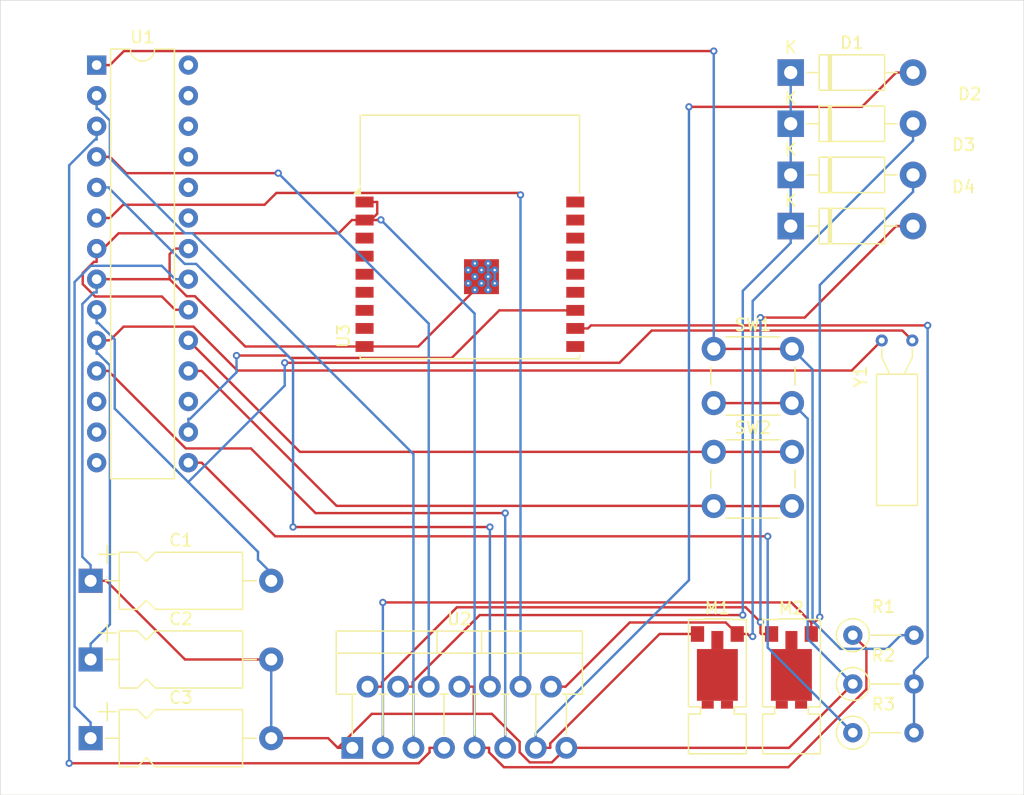
<source format=kicad_pcb>
(kicad_pcb (version 20240108) (generator "pcbnew") (generator_version "8.0")
  (layers (0 "F.Cu" signal) (31 "B.Cu" signal) (34 "B.Paste" user) (35 "F.Paste" user) (36 "B.SilkS" user "B.Silkscreen") (37 "F.SilkS" user "F.Silkscreen") (38 "B.Mask" user) (39 "F.Mask" user) (44 "Edge.Cuts" user))
  (net 0 "")
  (net 1 "GND")
  (net 2 "Net-(U1-XTAL1{slash}PB6)")
  (net 3 "Net-(U1-XTAL2{slash}PB7)")
  (net 4 "Net-(U1-AREF)")
  (net 5 "+12V")
  (net 6 "Net-(D1-A)")
  (net 7 "Net-(D2-A)")
  (net 8 "Net-(D3-A)")
  (net 9 "Net-(D4-A)")
  (net 10 "+5V")
  (net 11 "Net-(U1-~{RESET}{slash}PC6)")
  (net 12 "Net-(U3-IO20{slash}RXD)")
  (net 13 "Net-(U1-PB1)")
  (net 14 "Net-(U1-PB4)")
  (net 15 "Net-(U1-PB5)")
  (net 18 "Net-(U1-PD5)")
  (net 19 "Net-(U1-PD0)")
  (net 20 "Net-(U1-PD3)")
  (net 21 "Net-(U1-PD2)")
  (net 25 "Net-(U1-PD4)")
  (net 29 "Net-(U1-PB2)")
  (net 31 "Net-(U1-PD1)")
  (footprint "Resistor_THT:R_Axial_DIN0207_L6.3mm_D2.5mm_P5.08mm_Vertical" (layer "F.Cu") (at 162.8 118.225)
    (property "Reference" "R1" (at 2.54 -2.37 0) (layer "F.SilkS"))
    (property "Value" "R")
    (pad "1" thru_hole circle (at 0 0) (size 1.6 1.6) (drill 0.8) (layers "*.Cu" "*.Mask") (net 10 "+5V"))
    (pad "2" thru_hole oval (at 5.08 0) (size 1.6 1.6) (drill 0.8) (layers "*.Cu" "*.Mask") (net 11 "Net-(U1-~{RESET}{slash}PC6)"))
  )
  (footprint "Motors:Vybronics_VZ30C1T8219732L" (layer "F.Cu") (at 157.7 122.475)
    (property "Reference" "M2" (at 0 -6.5 0) (layer "F.SilkS"))
    (property "Value" "Motor_DC")
    (pad "1" smd rect (at -1.65 -4.35 270) (size 1.3 1.1) (layers "F.Cu" "F.Paste" "F.Mask") (net 9 "Net-(D4-A)"))
    (pad "2" smd rect (at 1.65 -4.35 270) (size 1.3 1.1) (layers "F.Cu" "F.Paste" "F.Mask") (net 8 "Net-(D3-A)"))
    (pad "SH" smd rect (at -0.8 1.525) (size 1 0.65) (layers "F.Cu" "F.Paste" "F.Mask"))
    (pad "SH" smd rect (at 0 -3.85 270) (size 1.5 1) (layers "F.Cu" "F.Paste" "F.Mask"))
    (pad "SH" smd rect (at 0 -0.95 270) (size 4.3 3.4) (layers "F.Cu" "F.Mask"))
    (pad "SH" smd rect (at 0.8 1.525) (size 1 0.65) (layers "F.Cu" "F.Paste" "F.Mask"))
  )
  (footprint "Diode_THT:D_DO-41_SOD81_P10.16mm_Horizontal" (layer "F.Cu") (at 157.64 71.5)
    (property "Reference" "D1" (at 5.08 -2.47 0) (layer "F.SilkS"))
    (property "Value" "1N4007")
    (fp_text user "K" (at 0 -2.1 0) (layer "F.SilkS"))
    (pad "1" thru_hole rect (at 0 0) (size 2.2 2.2) (drill 1.1) (layers "*.Cu" "*.Mask") (net 5 "+12V"))
    (pad "2" thru_hole oval (at 10.16 0) (size 2.2 2.2) (drill 1.1) (layers "*.Cu" "*.Mask") (net 6 "Net-(D1-A)"))
  )
  (footprint "Package_DIP:DIP-28_W7.62mm" (layer "F.Cu") (at 100 70.88)
    (property "Reference" "U1" (at 3.81 -2.33 0) (layer "F.SilkS"))
    (property "Value" "ATmega328P-P")
    (pad "1" thru_hole rect (at 0 0) (size 1.6 1.6) (drill 0.8) (layers "*.Cu" "*.Mask") (net 11 "Net-(U1-~{RESET}{slash}PC6)"))
    (pad "2" thru_hole oval (at 0 2.54) (size 1.6 1.6) (drill 0.8) (layers "*.Cu" "*.Mask") (net 19 "Net-(U1-PD0)"))
    (pad "3" thru_hole oval (at 0 5.08) (size 1.6 1.6) (drill 0.8) (layers "*.Cu" "*.Mask") (net 31 "Net-(U1-PD1)"))
    (pad "4" thru_hole oval (at 0 7.62) (size 1.6 1.6) (drill 0.8) (layers "*.Cu" "*.Mask") (net 21 "Net-(U1-PD2)"))
    (pad "5" thru_hole oval (at 0 10.16) (size 1.6 1.6) (drill 0.8) (layers "*.Cu" "*.Mask") (net 20 "Net-(U1-PD3)"))
    (pad "6" thru_hole oval (at 0 12.7) (size 1.6 1.6) (drill 0.8) (layers "*.Cu" "*.Mask") (net 25 "Net-(U1-PD4)"))
    (pad "7" thru_hole oval (at 0 15.24) (size 1.6 1.6) (drill 0.8) (layers "*.Cu" "*.Mask") (net 10 "+5V"))
    (pad "8" thru_hole oval (at 0 17.78) (size 1.6 1.6) (drill 0.8) (layers "*.Cu" "*.Mask") (net 1 "GND"))
    (pad "9" thru_hole oval (at 0 20.32) (size 1.6 1.6) (drill 0.8) (layers "*.Cu" "*.Mask") (net 2 "Net-(U1-XTAL1{slash}PB6)"))
    (pad "10" thru_hole oval (at 0 22.86) (size 1.6 1.6) (drill 0.8) (layers "*.Cu" "*.Mask") (net 3 "Net-(U1-XTAL2{slash}PB7)"))
    (pad "11" thru_hole oval (at 0 25.4) (size 1.6 1.6) (drill 0.8) (layers "*.Cu" "*.Mask") (net 18 "Net-(U1-PD5)"))
    (pad "12" thru_hole oval (at 0 27.94) (size 1.6 1.6) (drill 0.8) (layers "*.Cu" "*.Mask"))
    (pad "13" thru_hole oval (at 0 30.48) (size 1.6 1.6) (drill 0.8) (layers "*.Cu" "*.Mask"))
    (pad "14" thru_hole oval (at 0 33.02) (size 1.6 1.6) (drill 0.8) (layers "*.Cu" "*.Mask"))
    (pad "15" thru_hole oval (at 7.62 33.02) (size 1.6 1.6) (drill 0.8) (layers "*.Cu" "*.Mask") (net 13 "Net-(U1-PB1)"))
    (pad "16" thru_hole oval (at 7.62 30.48) (size 1.6 1.6) (drill 0.8) (layers "*.Cu" "*.Mask") (net 29 "Net-(U1-PB2)"))
    (pad "17" thru_hole oval (at 7.62 27.94) (size 1.6 1.6) (drill 0.8) (layers "*.Cu" "*.Mask"))
    (pad "18" thru_hole oval (at 7.62 25.4) (size 1.6 1.6) (drill 0.8) (layers "*.Cu" "*.Mask") (net 14 "Net-(U1-PB4)"))
    (pad "19" thru_hole oval (at 7.62 22.86) (size 1.6 1.6) (drill 0.8) (layers "*.Cu" "*.Mask") (net 15 "Net-(U1-PB5)"))
    (pad "20" thru_hole oval (at 7.62 20.32) (size 1.6 1.6) (drill 0.8) (layers "*.Cu" "*.Mask") (net 10 "+5V"))
    (pad "21" thru_hole oval (at 7.62 17.78) (size 1.6 1.6) (drill 0.8) (layers "*.Cu" "*.Mask") (net 4 "Net-(U1-AREF)"))
    (pad "22" thru_hole oval (at 7.62 15.24) (size 1.6 1.6) (drill 0.8) (layers "*.Cu" "*.Mask") (net 1 "GND"))
    (pad "23" thru_hole oval (at 7.62 12.7) (size 1.6 1.6) (drill 0.8) (layers "*.Cu" "*.Mask"))
    (pad "24" thru_hole oval (at 7.62 10.16) (size 1.6 1.6) (drill 0.8) (layers "*.Cu" "*.Mask"))
    (pad "25" thru_hole oval (at 7.62 7.62) (size 1.6 1.6) (drill 0.8) (layers "*.Cu" "*.Mask"))
    (pad "26" thru_hole oval (at 7.62 5.08) (size 1.6 1.6) (drill 0.8) (layers "*.Cu" "*.Mask"))
    (pad "27" thru_hole oval (at 7.62 2.54) (size 1.6 1.6) (drill 0.8) (layers "*.Cu" "*.Mask"))
    (pad "28" thru_hole oval (at 7.62 0) (size 1.6 1.6) (drill 0.8) (layers "*.Cu" "*.Mask"))
  )
  (footprint "Capacitor_THT:CP_Axial_L10.0mm_D4.5mm_P15.00mm_Horizontal" (layer "F.Cu") (at 99.5 120.2425)
    (property "Reference" "C2" (at 7.5 -3.37 0) (layer "F.SilkS"))
    (property "Value" "C")
    (pad "1" thru_hole rect (at 0 0) (size 2 2) (drill 1) (layers "*.Cu" "*.Mask") (net 3 "Net-(U1-XTAL2{slash}PB7)"))
    (pad "2" thru_hole oval (at 15 0) (size 2 2) (drill 1) (layers "*.Cu" "*.Mask") (net 1 "GND"))
  )
  (footprint "Crystal:Crystal_AT310_D3.0mm_L10.0mm_Horizontal" (layer "F.Cu") (at 165.2 93.75)
    (property "Reference" "Y1" (at -1.75 3 90) (layer "F.SilkS"))
    (property "Value" "Crystal")
    (pad "1" thru_hole circle (at 0 0) (size 1 1) (drill 0.5) (layers "*.Cu" "*.Mask") (net 3 "Net-(U1-XTAL2{slash}PB7)"))
    (pad "2" thru_hole circle (at 2.54 0) (size 1 1) (drill 0.5) (layers "*.Cu" "*.Mask") (net 2 "Net-(U1-XTAL1{slash}PB6)"))
  )
  (footprint "Button_Switch_THT:SW_PUSH_6mm_H5mm" (layer "F.Cu") (at 151.25 94.45)
    (property "Reference" "SW1" (at 3.25 -2 0) (layer "F.SilkS"))
    (property "Value" "SW_Push")
    (pad "1" thru_hole circle (at 0 0 90) (size 2 2) (drill 1.1) (layers "*.Cu" "*.Mask") (net 11 "Net-(U1-~{RESET}{slash}PC6)"))
    (pad "1" thru_hole circle (at 6.5 0 90) (size 2 2) (drill 1.1) (layers "*.Cu" "*.Mask") (net 11 "Net-(U1-~{RESET}{slash}PC6)"))
    (pad "2" thru_hole circle (at 0 4.5 90) (size 2 2) (drill 1.1) (layers "*.Cu" "*.Mask") (net 1 "GND"))
    (pad "2" thru_hole circle (at 6.5 4.5 90) (size 2 2) (drill 1.1) (layers "*.Cu" "*.Mask") (net 1 "GND"))
  )
  (footprint "Diode_THT:D_DO-41_SOD81_P10.16mm_Horizontal" (layer "F.Cu") (at 157.64 80)
    (property "Reference" "D3" (at 14.36 -2.5 0) (layer "F.SilkS"))
    (property "Value" "1N4007")
    (fp_text user "K" (at 0 -2.1 0) (layer "F.SilkS"))
    (pad "1" thru_hole rect (at 0 0) (size 2.2 2.2) (drill 1.1) (layers "*.Cu" "*.Mask") (net 5 "+12V"))
    (pad "2" thru_hole oval (at 10.16 0) (size 2.2 2.2) (drill 1.1) (layers "*.Cu" "*.Mask") (net 8 "Net-(D3-A)"))
  )
  (footprint "Capacitor_THT:CP_Axial_L10.0mm_D4.5mm_P15.00mm_Horizontal" (layer "F.Cu") (at 99.5 126.7775)
    (property "Reference" "C3" (at 7.5 -3.37 0) (layer "F.SilkS"))
    (property "Value" "C")
    (pad "1" thru_hole rect (at 0 0) (size 2 2) (drill 1) (layers "*.Cu" "*.Mask") (net 4 "Net-(U1-AREF)"))
    (pad "2" thru_hole oval (at 15 0) (size 2 2) (drill 1) (layers "*.Cu" "*.Mask") (net 1 "GND"))
  )
  (footprint "Resistor_THT:R_Axial_DIN0207_L6.3mm_D2.5mm_P5.08mm_Vertical" (layer "F.Cu") (at 162.8 122.275)
    (property "Reference" "R2" (at 2.54 -2.37 0) (layer "F.SilkS"))
    (property "Value" "R")
    (pad "1" thru_hole circle (at 0 0) (size 1.6 1.6) (drill 0.8) (layers "*.Cu" "*.Mask") (net 1 "GND"))
    (pad "2" thru_hole oval (at 5.08 0) (size 1.6 1.6) (drill 0.8) (layers "*.Cu" "*.Mask") (net 12 "Net-(U3-IO20{slash}RXD)"))
  )
  (footprint "Capacitor_THT:CP_Axial_L10.0mm_D4.5mm_P15.00mm_Horizontal" (layer "F.Cu") (at 99.5 113.7075)
    (property "Reference" "C1" (at 7.5 -3.37 0) (layer "F.SilkS"))
    (property "Value" "C")
    (pad "1" thru_hole rect (at 0 0) (size 2 2) (drill 1) (layers "*.Cu" "*.Mask") (net 1 "GND"))
    (pad "2" thru_hole oval (at 15 0) (size 2 2) (drill 1) (layers "*.Cu" "*.Mask") (net 2 "Net-(U1-XTAL1{slash}PB6)"))
  )
  (footprint "Button_Switch_THT:SW_PUSH_6mm_H5mm" (layer "F.Cu") (at 151.25 103)
    (property "Reference" "SW2" (at 3.25 -2 0) (layer "F.SilkS"))
    (property "Value" "SW_Push")
    (pad "1" thru_hole circle (at 0 0 90) (size 2 2) (drill 1.1) (layers "*.Cu" "*.Mask") (net 15 "Net-(U1-PB5)"))
    (pad "1" thru_hole circle (at 6.5 0 90) (size 2 2) (drill 1.1) (layers "*.Cu" "*.Mask") (net 15 "Net-(U1-PB5)"))
    (pad "2" thru_hole circle (at 0 4.5 90) (size 2 2) (drill 1.1) (layers "*.Cu" "*.Mask") (net 14 "Net-(U1-PB4)"))
    (pad "2" thru_hole circle (at 6.5 4.5 90) (size 2 2) (drill 1.1) (layers "*.Cu" "*.Mask") (net 14 "Net-(U1-PB4)"))
  )
  (footprint "Motors:Vybronics_VZ30C1T8219732L" (layer "F.Cu") (at 151.55 122.475)
    (property "Reference" "M1" (at 0 -6.5 0) (layer "F.SilkS"))
    (property "Value" "Motor_DC")
    (pad "1" smd rect (at -1.65 -4.35 270) (size 1.3 1.1) (layers "F.Cu" "F.Paste" "F.Mask") (net 6 "Net-(D1-A)"))
    (pad "2" smd rect (at 1.65 -4.35 270) (size 1.3 1.1) (layers "F.Cu" "F.Paste" "F.Mask") (net 7 "Net-(D2-A)"))
    (pad "SH" smd rect (at -0.8 1.525) (size 1 0.65) (layers "F.Cu" "F.Paste" "F.Mask"))
    (pad "SH" smd rect (at 0 -3.85 270) (size 1.5 1) (layers "F.Cu" "F.Paste" "F.Mask"))
    (pad "SH" smd rect (at 0 -0.95 270) (size 4.3 3.4) (layers "F.Cu" "F.Mask"))
    (pad "SH" smd rect (at 0.8 1.525) (size 1 0.65) (layers "F.Cu" "F.Paste" "F.Mask"))
  )
  (footprint "Package_TO_SOT_THT:TO-220-15_P2.54x2.54mm_StaggerOdd_Lead4.58mm_Vertical" (layer "F.Cu") (at 121.23 127.58)
    (property "Reference" "U2" (at 8.89 -10.7 0) (layer "F.SilkS"))
    (property "Value" "L298N")
    (pad "1" thru_hole rect (at 0 0) (size 1.8 1.8) (drill 1) (layers "*.Cu" "*.Mask") (net 1 "GND"))
    (pad "2" thru_hole oval (at 1.27 -5.08) (size 1.8 1.8) (drill 1) (layers "*.Cu" "*.Mask") (net 9 "Net-(D4-A)"))
    (pad "3" thru_hole oval (at 2.54 0) (size 1.8 1.8) (drill 1) (layers "*.Cu" "*.Mask") (net 8 "Net-(D3-A)"))
    (pad "4" thru_hole oval (at 3.81 -5.08) (size 1.8 1.8) (drill 1) (layers "*.Cu" "*.Mask") (net 5 "+12V"))
    (pad "5" thru_hole oval (at 5.08 0) (size 1.8 1.8) (drill 1) (layers "*.Cu" "*.Mask") (net 19 "Net-(U1-PD0)"))
    (pad "6" thru_hole oval (at 6.35 -5.08) (size 1.8 1.8) (drill 1) (layers "*.Cu" "*.Mask") (net 21 "Net-(U1-PD2)"))
    (pad "7" thru_hole oval (at 7.62 0) (size 1.8 1.8) (drill 1) (layers "*.Cu" "*.Mask") (net 31 "Net-(U1-PD1)"))
    (pad "8" thru_hole oval (at 8.89 -5.08) (size 1.8 1.8) (drill 1) (layers "*.Cu" "*.Mask") (net 1 "GND"))
    (pad "9" thru_hole oval (at 10.16 0) (size 1.8 1.8) (drill 1) (layers "*.Cu" "*.Mask") (net 10 "+5V"))
    (pad "10" thru_hole oval (at 11.43 -5.08) (size 1.8 1.8) (drill 1) (layers "*.Cu" "*.Mask") (net 20 "Net-(U1-PD3)"))
    (pad "11" thru_hole oval (at 12.7 0) (size 1.8 1.8) (drill 1) (layers "*.Cu" "*.Mask") (net 18 "Net-(U1-PD5)"))
    (pad "12" thru_hole oval (at 13.97 -5.08) (size 1.8 1.8) (drill 1) (layers "*.Cu" "*.Mask") (net 25 "Net-(U1-PD4)"))
    (pad "13" thru_hole oval (at 15.24 0) (size 1.8 1.8) (drill 1) (layers "*.Cu" "*.Mask") (net 6 "Net-(D1-A)"))
    (pad "14" thru_hole oval (at 16.51 -5.08) (size 1.8 1.8) (drill 1) (layers "*.Cu" "*.Mask") (net 7 "Net-(D2-A)"))
    (pad "15" thru_hole oval (at 17.78 0) (size 1.8 1.8) (drill 1) (layers "*.Cu" "*.Mask") (net 1 "GND"))
  )
  (footprint "Diode_THT:D_DO-41_SOD81_P10.16mm_Horizontal" (layer "F.Cu") (at 157.64 84.25)
    (property "Reference" "D4" (at 14.36 -3.25 0) (layer "F.SilkS"))
    (property "Value" "1N4007")
    (fp_text user "K" (at 0 -2.1 0) (layer "F.SilkS"))
    (pad "1" thru_hole rect (at 0 0) (size 2.2 2.2) (drill 1.1) (layers "*.Cu" "*.Mask") (net 5 "+12V"))
    (pad "2" thru_hole oval (at 10.16 0) (size 2.2 2.2) (drill 1.1) (layers "*.Cu" "*.Mask") (net 9 "Net-(D4-A)"))
  )
  (footprint "Diode_THT:D_DO-41_SOD81_P10.16mm_Horizontal" (layer "F.Cu") (at 157.64 75.75)
    (property "Reference" "D2" (at 14.86 -2.47 0) (layer "F.SilkS"))
    (property "Value" "1N4007")
    (fp_text user "K" (at 0 -2.1 0) (layer "F.SilkS"))
    (pad "1" thru_hole rect (at 0 0) (size 2.2 2.2) (drill 1.1) (layers "*.Cu" "*.Mask") (net 5 "+12V"))
    (pad "2" thru_hole oval (at 10.16 0) (size 2.2 2.2) (drill 1.1) (layers "*.Cu" "*.Mask") (net 7 "Net-(D2-A)"))
  )
  (footprint "Resistor_THT:R_Axial_DIN0207_L6.3mm_D2.5mm_P5.08mm_Vertical" (layer "F.Cu") (at 162.8 126.325)
    (property "Reference" "R3" (at 2.54 -2.37 0) (layer "F.SilkS"))
    (property "Value" "R")
    (pad "1" thru_hole circle (at 0 0) (size 1.6 1.6) (drill 0.8) (layers "*.Cu" "*.Mask") (net 13 "Net-(U1-PB1)"))
    (pad "2" thru_hole oval (at 5.08 0) (size 1.6 1.6) (drill 0.8) (layers "*.Cu" "*.Mask") (net 12 "Net-(U3-IO20{slash}RXD)"))
  )
  (footprint "RF_Module:ESP32-C3-WROOM-02" (layer "F.Cu") (at 131 88.25)
    (property "Reference" "U3" (at -10.5 5.13 90) (layer "F.SilkS"))
    (property "Value" "ESP32-C3-WROOM-02")
    (pad "1" smd rect (at -8.75 -6) (size 1.5 0.9) (layers "F.Cu" "F.Paste" "F.Mask") (net 10 "+5V"))
    (pad "2" smd rect (at -8.75 -4.5) (size 1.5 0.9) (layers "F.Cu" "F.Paste" "F.Mask") (net 10 "+5V"))
    (pad "3" smd rect (at -8.75 -3) (size 1.5 0.9) (layers "F.Cu" "F.Paste" "F.Mask"))
    (pad "4" smd rect (at -8.75 -1.5) (size 1.5 0.9) (layers "F.Cu" "F.Paste" "F.Mask"))
    (pad "5" smd rect (at -8.75 0) (size 1.5 0.9) (layers "F.Cu" "F.Paste" "F.Mask"))
    (pad "6" smd rect (at -8.75 1.5) (size 1.5 0.9) (layers "F.Cu" "F.Paste" "F.Mask"))
    (pad "7" smd rect (at -8.75 3) (size 1.5 0.9) (layers "F.Cu" "F.Paste" "F.Mask"))
    (pad "8" smd rect (at -8.75 4.5) (size 1.5 0.9) (layers "F.Cu" "F.Paste" "F.Mask"))
    (pad "9" smd rect (at -8.75 6) (size 1.5 0.9) (layers "F.Cu" "F.Paste" "F.Mask") (net 1 "GND"))
    (pad "10" smd rect (at 8.75 6) (size 1.5 0.9) (layers "F.Cu" "F.Paste" "F.Mask"))
    (pad "11" smd rect (at 8.75 4.5) (size 1.5 0.9) (layers "F.Cu" "F.Paste" "F.Mask") (net 12 "Net-(U3-IO20{slash}RXD)"))
    (pad "12" smd rect (at 8.75 3) (size 1.5 0.9) (layers "F.Cu" "F.Paste" "F.Mask") (net 29 "Net-(U1-PB2)"))
    (pad "13" smd rect (at 8.75 1.5) (size 1.5 0.9) (layers "F.Cu" "F.Paste" "F.Mask"))
    (pad "14" smd rect (at 8.75 0) (size 1.5 0.9) (layers "F.Cu" "F.Paste" "F.Mask"))
    (pad "15" smd rect (at 8.75 -1.5) (size 1.5 0.9) (layers "F.Cu" "F.Paste" "F.Mask"))
    (pad "16" smd rect (at 8.75 -3) (size 1.5 0.9) (layers "F.Cu" "F.Paste" "F.Mask"))
    (pad "17" smd rect (at 8.75 -4.5) (size 1.5 0.9) (layers "F.Cu" "F.Paste" "F.Mask"))
    (pad "18" smd rect (at 8.75 -6) (size 1.5 0.9) (layers "F.Cu" "F.Paste" "F.Mask"))
    (pad "19" thru_hole circle (at -0.14 -0.35) (size 0.6 0.6) (drill 0.2) (property pad_prop_heatsink) (layers "*.Cu" "F.Mask") (net 1 "GND"))
    (pad "19" thru_hole circle (at -0.14 0.75) (size 0.6 0.6) (drill 0.2) (property pad_prop_heatsink) (layers "*.Cu" "F.Mask") (net 1 "GND"))
    (pad "19" thru_hole circle (at 0.41 -0.9) (size 0.6 0.6) (drill 0.2) (property pad_prop_heatsink) (layers "*.Cu" "F.Mask") (net 1 "GND"))
    (pad "19" thru_hole circle (at 0.41 0.2) (size 0.6 0.6) (drill 0.2) (property pad_prop_heatsink) (layers "*.Cu" "F.Mask") (net 1 "GND"))
    (pad "19" thru_hole circle (at 0.41 1.3) (size 0.6 0.6) (drill 0.2) (property pad_prop_heatsink) (layers "*.Cu" "F.Mask") (net 1 "GND"))
    (pad "19" thru_hole circle (at 0.96 -0.35) (size 0.6 0.6) (drill 0.2) (property pad_prop_heatsink) (layers "*.Cu" "F.Mask") (net 1 "GND"))
    (pad "19" smd rect (at 0.96 0.2) (size 2.9 2.9) (property pad_prop_heatsink) (layers "F.Cu" "F.Mask") (net 1 "GND"))
    (pad "19" thru_hole circle (at 0.96 0.75) (size 0.6 0.6) (drill 0.2) (property pad_prop_heatsink) (layers "*.Cu" "F.Mask") (net 1 "GND"))
    (pad "19" thru_hole circle (at 1.51 -0.9) (size 0.6 0.6) (drill 0.2) (property pad_prop_heatsink) (layers "*.Cu" "F.Mask") (net 1 "GND"))
    (pad "19" thru_hole circle (at 1.51 0.2) (size 0.6 0.6) (drill 0.2) (property pad_prop_heatsink) (layers "*.Cu" "F.Mask") (net 1 "GND"))
    (pad "19" thru_hole circle (at 1.51 1.3) (size 0.6 0.6) (drill 0.2) (property pad_prop_heatsink) (layers "*.Cu" "F.Mask") (net 1 "GND"))
    (pad "19" thru_hole circle (at 2.06 -0.35) (size 0.6 0.6) (drill 0.2) (property pad_prop_heatsink) (layers "*.Cu" "F.Mask") (net 1 "GND"))
    (pad "19" thru_hole circle (at 2.06 0.75) (size 0.6 0.6) (drill 0.2) (property pad_prop_heatsink) (layers "*.Cu" "F.Mask") (net 1 "GND"))
  )
  (gr_rect (start 92 65.5) (end 177 131.5) (stroke (width 0.05)) (fill none) (layer "Edge.Cuts"))
  (segment (start 100 88.66) (end 106.0619 88.66) (width 0.2) (layer "F.Cu") (net 1))
  (segment (start 137.8032 128.7868) (end 135.9663 128.7868) (width 0.2) (layer "F.Cu") (net 1))
  (segment (start 106.5183 86.12) (end 106.0619 86.5764) (width 0.2) (layer "F.Cu") (net 1))
  (segment (start 106.0619 88.66) (end 107.4734 90.0715) (width 0.2) (layer "F.Cu") (net 1))
  (segment (start 107.3367 120.2425) (end 114.5 120.2425) (width 0.2) (layer "F.Cu") (net 1))
  (segment (start 131.96 88.45) (end 131.41 88.45) (width 0.2) (layer "F.Cu") (net 1))
  (segment (start 119.2258 126.7775) (end 120.0283 127.58) (width 0.2) (layer "F.Cu") (net 1))
  (segment (start 108.1597 90.0715) (end 112.3382 94.25) (width 0.2) (layer "F.Cu") (net 1))
  (segment (start 106.0619 86.5764) (end 106.0619 88.66) (width 0.2) (layer "F.Cu") (net 1))
  (segment (start 132.51 88.45) (end 131.96 88.45) (width 0.2) (layer "F.Cu") (net 1))
  (segment (start 135.9663 128.7868) (end 135.1317 127.9522) (width 0.2) (layer "F.Cu") (net 1))
  (segment (start 131.41 89.55) (end 132.51 89.55) (width 0.2) (layer "F.Cu") (net 1))
  (segment (start 112.3382 94.25) (end 122.25 94.25) (width 0.2) (layer "F.Cu") (net 1))
  (segment (start 107.4734 90.0715) (end 108.1597 90.0715) (width 0.2) (layer "F.Cu") (net 1))
  (segment (start 131.96 87.9) (end 130.86 87.9) (width 0.2) (layer "F.Cu") (net 1))
  (segment (start 121.23 127.58) (end 120.0283 127.58) (width 0.2) (layer "F.Cu") (net 1))
  (segment (start 100.8017 113.7075) (end 107.3367 120.2425) (width 0.2) (layer "F.Cu") (net 1))
  (segment (start 99.5 113.7075) (end 100.8017 113.7075) (width 0.2) (layer "F.Cu") (net 1))
  (segment (start 135.1317 127.07) (end 132.8202 124.7585) (width 0.2) (layer "F.Cu") (net 1))
  (segment (start 132.8202 124.7585) (end 131.3217 124.7585) (width 0.2) (layer "F.Cu") (net 1))
  (segment (start 135.1317 127.9522) (end 135.1317 127.07) (width 0.2) (layer "F.Cu") (net 1))
  (segment (start 157.75 98.95) (end 151.25 98.95) (width 0.2) (layer "F.Cu") (net 1))
  (segment (start 126.71 94.25) (end 122.25 94.25) (width 0.2) (layer "F.Cu") (net 1))
  (segment (start 122.8498 124.7585) (end 120.0283 127.58) (width 0.2) (layer "F.Cu") (net 1))
  (segment (start 130.12 122.5) (end 131.3217 122.5) (width 0.2) (layer "F.Cu") (net 1))
  (segment (start 133.06 89) (end 131.96 89) (width 0.2) (layer "F.Cu") (net 1))
  (segment (start 157.495 127.58) (end 139.01 127.58) (width 0.2) (layer "F.Cu") (net 1))
  (segment (start 114.5 126.7775) (end 119.2258 126.7775) (width 0.2) (layer "F.Cu") (net 1))
  (segment (start 132.51 87.35) (end 131.41 87.35) (width 0.2) (layer "F.Cu") (net 1))
  (segment (start 162.8 122.275) (end 157.495 127.58) (width 0.2) (layer "F.Cu") (net 1))
  (segment (start 133.06 87.9) (end 131.96 87.9) (width 0.2) (layer "F.Cu") (net 1))
  (segment (start 131.3217 124.7585) (end 131.3217 122.5) (width 0.2) (layer "F.Cu") (net 1))
  (segment (start 131.3217 124.7585) (end 122.8498 124.7585) (width 0.2) (layer "F.Cu") (net 1))
  (segment (start 107.62 86.12) (end 106.5183 86.12) (width 0.2) (layer "F.Cu") (net 1))
  (segment (start 131.41 89.55) (end 126.71 94.25) (width 0.2) (layer "F.Cu") (net 1))
  (segment (start 139.01 127.58) (end 137.8032 128.7868) (width 0.2) (layer "F.Cu") (net 1))
  (segment (start 131.96 89) (end 130.86 89) (width 0.2) (layer "F.Cu") (net 1))
  (segment (start 159.0517 118.5267) (end 159.0517 100.2517) (width 0.2) (layer "B.Cu") (net 1))
  (segment (start 132.51 89.55) (end 132.51 88.45) (width 0.2) (layer "B.Cu") (net 1))
  (segment (start 99.7717 89.7617) (end 100 89.7617) (width 0.2) (layer "B.Cu") (net 1))
  (segment (start 98.8149 111.7207) (end 98.8149 90.7185) (width 0.2) (layer "B.Cu") (net 1))
  (segment (start 132.51 88.45) (end 132.51 87.9) (width 0.2) (layer "B.Cu") (net 1))
  (segment (start 132.51 87.9) (end 132.51 87.35) (width 0.2) (layer "B.Cu") (net 1))
  (segment (start 98.8149 90.7185) (end 99.7717 89.7617) (width 0.2) (layer "B.Cu") (net 1))
  (segment (start 132.51 87.9) (end 133.06 87.9) (width 0.2) (layer "B.Cu") (net 1))
  (segment (start 99.5 112.4058) (end 98.8149 111.7207) (width 0.2) (layer "B.Cu") (net 1))
  (segment (start 99.5 113.7075) (end 99.5 112.4058) (width 0.2) (layer "B.Cu") (net 1))
  (segment (start 162.8 122.275) (end 159.0517 118.5267) (width 0.2) (layer "B.Cu") (net 1))
  (segment (start 159.0517 100.2517) (end 157.75 98.95) (width 0.2) (layer "B.Cu") (net 1))
  (segment (start 133.06 87.9) (end 133.06 89) (width 0.2) (layer "B.Cu") (net 1))
  (segment (start 100 88.66) (end 100 89.7617) (width 0.2) (layer "B.Cu") (net 1))
  (segment (start 114.5 120.2425) (end 114.5 126.7775) (width 0.2) (layer "B.Cu") (net 1))
  (segment (start 115.6207 95.6033) (end 143.419 95.6033) (width 0.2) (layer "F.Cu") (net 2))
  (segment (start 146.0979 92.9244) (end 166.9144 92.9244) (width 0.2) (layer "F.Cu") (net 2))
  (segment (start 166.9144 92.9244) (end 167.74 93.75) (width 0.2) (layer "F.Cu") (net 2))
  (segment (start 143.419 95.6033) (end 146.0979 92.9244) (width 0.2) (layer "F.Cu") (net 2))
  (via (at 115.6207 95.6033) (size 0.6) (drill 0.3) (layers "F.Cu" "B.Cu") (net 2))
  (segment (start 114.5 113.7075) (end 114.5 113.0566) (width 0.2) (layer "B.Cu") (net 2))
  (segment (start 113.3999 111.9564) (end 113.3999 111.3057) (width 0.2) (layer "B.Cu") (net 2))
  (segment (start 100.1378 92.3017) (end 100 92.3017) (width 0.2) (layer "B.Cu") (net 2))
  (segment (start 115.6207 97.4992) (end 115.6207 95.6033) (width 0.2) (layer "B.Cu") (net 2))
  (segment (start 100 91.2) (end 100 92.3017) (width 0.2) (layer "B.Cu") (net 2))
  (segment (start 101.5034 99.4092) (end 101.5034 93.6673) (width 0.2) (layer "B.Cu") (net 2))
  (segment (start 114.5 113.0565) (end 113.3999 111.9564) (width 0.2) (layer "B.Cu") (net 2))
  (segment (start 114.5 113.0566) (end 114.5 113.0565) (width 0.2) (layer "B.Cu") (net 2))
  (segment (start 113.3999 111.3057) (end 107.6071 105.5128) (width 0.2) (layer "B.Cu") (net 2))
  (segment (start 107.6071 105.5128) (end 101.5034 99.4092) (width 0.2) (layer "B.Cu") (net 2))
  (segment (start 107.6071 105.5128) (end 115.6207 97.4992) (width 0.2) (layer "B.Cu") (net 2))
  (segment (start 101.5034 93.6673) (end 100.1378 92.3017) (width 0.2) (layer "B.Cu") (net 2))
  (segment (start 111.6854 96.2464) (end 162.7036 96.2464) (width 0.2) (layer "F.Cu") (net 3))
  (segment (start 101.1017 93.74) (end 102.2419 92.5998) (width 0.2) (layer "F.Cu") (net 3))
  (segment (start 162.7036 96.2464) (end 165.2 93.75) (width 0.2) (layer "F.Cu") (net 3))
  (segment (start 102.2419 92.5998) (end 108.0388 92.5998) (width 0.2) (layer "F.Cu") (net 3))
  (segment (start 100 93.74) (end 101.1017 93.74) (width 0.2) (layer "F.Cu") (net 3))
  (segment (start 108.0388 92.5998) (end 111.6854 96.2464) (width 0.2) (layer "F.Cu") (net 3))
  (segment (start 99.5 120.2425) (end 99.5 118.9408) (width 0.2) (layer "B.Cu") (net 3))
  (segment (start 101.1017 117.3391) (end 99.5 118.9408) (width 0.2) (layer "B.Cu") (net 3))
  (segment (start 100 93.74) (end 100 94.8417) (width 0.2) (layer "B.Cu") (net 3))
  (segment (start 101.1017 95.8148) (end 101.1017 117.3391) (width 0.2) (layer "B.Cu") (net 3))
  (segment (start 100.1286 94.8417) (end 101.1017 95.8148) (width 0.2) (layer "B.Cu") (net 3))
  (segment (start 100 94.8417) (end 100.1286 94.8417) (width 0.2) (layer "B.Cu") (net 3))
  (segment (start 98.1679 88.8953) (end 99.5145 87.5487) (width 0.2) (layer "B.Cu") (net 4))
  (segment (start 99.5 126.7775) (end 99.5 125.4758) (width 0.2) (layer "B.Cu") (net 4))
  (segment (start 99.5145 87.5487) (end 105.407 87.5487) (width 0.2) (layer "B.Cu") (net 4))
  (segment (start 98.1679 124.1437) (end 98.1679 88.8953) (width 0.2) (layer "B.Cu") (net 4))
  (segment (start 99.5 125.4758) (end 98.1679 124.1437) (width 0.2) (layer "B.Cu") (net 4))
  (segment (start 105.407 87.5487) (end 106.5183 88.66) (width 0.2) (layer "B.Cu") (net 4))
  (segment (start 107.62 88.66) (end 106.5183 88.66) (width 0.2) (layer "B.Cu") (net 4))
  (segment (start 126.2417 122.5) (end 126.2417 122.1245) (width 0.2) (layer "F.Cu") (net 5))
  (segment (start 125.04 122.5) (end 126.2417 122.5) (width 0.2) (layer "F.Cu") (net 5))
  (segment (start 126.2417 122.1245) (end 131.8126 116.5536) (width 0.2) (layer "F.Cu") (net 5))
  (segment (start 131.8126 116.5536) (end 153.6592 116.5536) (width 0.2) (layer "F.Cu") (net 5))
  (via (at 153.6592 116.5536) (size 0.6) (drill 0.3) (layers "F.Cu" "B.Cu") (net 5))
  (segment (start 153.6592 89.6325) (end 153.6592 116.5536) (width 0.2) (layer "B.Cu") (net 5))
  (segment (start 157.64 84.25) (end 157.64 85.6517) (width 0.2) (layer "B.Cu") (net 5))
  (segment (start 157.64 71.5) (end 157.64 75.75) (width 0.2) (layer "B.Cu") (net 5))
  (segment (start 157.64 75.75) (end 157.64 80) (width 0.2) (layer "B.Cu") (net 5))
  (segment (start 157.64 85.6517) (end 153.6592 89.6325) (width 0.2) (layer "B.Cu") (net 5))
  (segment (start 157.64 80) (end 157.64 84.25) (width 0.2) (layer "B.Cu") (net 5))
  (segment (start 146.7532 118.125) (end 149.9 118.125) (width 0.2) (layer "F.Cu") (net 6))
  (segment (start 137.6717 127.2065) (end 146.7532 118.125) (width 0.2) (layer "F.Cu") (net 6))
  (segment (start 137.6717 127.58) (end 137.6717 127.2065) (width 0.2) (layer "F.Cu") (net 6))
  (segment (start 136.47 127.58) (end 137.6717 127.58) (width 0.2) (layer "F.Cu") (net 6))
  (segment (start 166.3983 71.5) (end 163.55 74.3483) (width 0.2) (layer "F.Cu") (net 6))
  (segment (start 163.55 74.3483) (end 149.191 74.3483) (width 0.2) (layer "F.Cu") (net 6))
  (segment (start 167.8 71.5) (end 166.3983 71.5) (width 0.2) (layer "F.Cu") (net 6))
  (via (at 149.191 74.3483) (size 0.6) (drill 0.3) (layers "F.Cu" "B.Cu") (net 6))
  (segment (start 136.47 127.58) (end 136.47 126.3783) (width 0.2) (layer "B.Cu") (net 6))
  (segment (start 136.47 126.3783) (end 149.191 113.6573) (width 0.2) (layer "B.Cu") (net 6))
  (segment (start 149.191 113.6573) (end 149.191 74.3483) (width 0.2) (layer "B.Cu") (net 6))
  (segment (start 144.272 117.1697) (end 152.2447 117.1697) (width 0.2) (layer "F.Cu") (net 7))
  (segment (start 154.2592 118.3325) (end 154.4803 118.3325) (width 0.2) (layer "F.Cu") (net 7))
  (segment (start 152.2447 117.1697) (end 153.2 118.125) (width 0.2) (layer "F.Cu") (net 7))
  (segment (start 137.74 122.5) (end 138.9417 122.5) (width 0.2) (layer "F.Cu") (net 7))
  (segment (start 138.9417 122.5) (end 144.272 117.1697) (width 0.2) (layer "F.Cu") (net 7))
  (segment (start 153.413 118.125) (end 154.0517 118.125) (width 0.2) (layer "F.Cu") (net 7))
  (segment (start 154.0517 118.125) (end 154.2592 118.3325) (width 0.2) (layer "F.Cu") (net 7))
  (segment (start 153.413 118.125) (end 153.2 118.125) (width 0.2) (layer "F.Cu") (net 7))
  (via (at 154.4803 118.3325) (size 0.6) (drill 0.3) (layers "F.Cu" "B.Cu") (net 7))
  (segment (start 167.8 77.1517) (end 154.4803 90.4714) (width 0.2) (layer "B.Cu") (net 7))
  (segment (start 154.4803 90.4714) (end 154.4803 118.3325) (width 0.2) (layer "B.Cu") (net 7))
  (segment (start 167.8 75.75) (end 167.8 77.1517) (width 0.2) (layer "B.Cu") (net 7))
  (segment (start 159.5976 117.1733) (end 160.0552 116.7157) (width 0.2) (layer "F.Cu") (net 8))
  (segment (start 159.35 117.1733) (end 157.6822 115.5055) (width 0.2) (layer "F.Cu") (net 8))
  (segment (start 157.6822 115.5055) (end 123.77 115.5055) (width 0.2) (layer "F.Cu") (net 8))
  (segment (start 159.35 117.1733) (end 159.5976 117.1733) (width 0.2) (layer "F.Cu") (net 8))
  (segment (start 159.35 118.125) (end 159.35 117.1733) (width 0.2) (layer "F.Cu") (net 8))
  (via (at 160.0552 116.7157) (size 0.6) (drill 0.3) (layers "F.Cu" "B.Cu") (net 8))
  (via (at 123.77 115.5055) (size 0.6) (drill 0.3) (layers "F.Cu" "B.Cu") (net 8))
  (segment (start 160.0552 89.1465) (end 167.8 81.4017) (width 0.2) (layer "B.Cu") (net 8))
  (segment (start 167.8 80) (end 167.8 81.4017) (width 0.2) (layer "B.Cu") (net 8))
  (segment (start 160.0552 116.7157) (end 160.0552 89.1465) (width 0.2) (layer "B.Cu") (net 8))
  (segment (start 123.77 127.58) (end 123.77 115.5055) (width 0.2) (layer "B.Cu") (net 8))
  (segment (start 155.1983 118.125) (end 155.1278 118.0545) (width 0.2) (layer "F.Cu") (net 9))
  (segment (start 153.8987 115.9072) (end 129.921 115.9072) (width 0.2) (layer "F.Cu") (net 9))
  (segment (start 155.1278 118.0545) (end 155.1278 117.1363) (width 0.2) (layer "F.Cu") (net 9))
  (segment (start 167.8 84.25) (end 166.3983 84.25) (width 0.2) (layer "F.Cu") (net 9))
  (segment (start 129.921 115.9072) (end 123.7017 122.1265) (width 0.2) (layer "F.Cu") (net 9))
  (segment (start 155.1278 117.1363) (end 153.8987 115.9072) (width 0.2) (layer "F.Cu") (net 9))
  (segment (start 122.5 122.5) (end 123.7017 122.5) (width 0.2) (layer "F.Cu") (net 9))
  (segment (start 156.05 118.125) (end 155.1983 118.125) (width 0.2) (layer "F.Cu") (net 9))
  (segment (start 166.3983 84.25) (end 158.797 91.8513) (width 0.2) (layer "F.Cu") (net 9))
  (segment (start 123.7017 122.1265) (end 123.7017 122.5) (width 0.2) (layer "F.Cu") (net 9))
  (segment (start 158.797 91.8513) (end 155.1278 91.8513) (width 0.2) (layer "F.Cu") (net 9))
  (via (at 155.1278 117.1363) (size 0.6) (drill 0.3) (layers "F.Cu" "B.Cu") (net 9))
  (via (at 155.1278 91.8513) (size 0.6) (drill 0.3) (layers "F.Cu" "B.Cu") (net 9))
  (segment (start 155.1278 91.8513) (end 155.1278 117.1363) (width 0.2) (layer "B.Cu") (net 9))
  (segment (start 101.8208 84.85) (end 120.0983 84.85) (width 0.2) (layer "F.Cu") (net 10))
  (segment (start 133.8267 129.1885) (end 157.4475 129.1885) (width 0.2) (layer "F.Cu") (net 10))
  (segment (start 98.8468 89.0702) (end 99.8749 90.0983) (width 0.2) (layer "F.Cu") (net 10))
  (segment (start 100 86.6708) (end 100 87.2217) (width 0.2) (layer "F.Cu") (net 10))
  (segment (start 98.8468 88.1466) (end 98.8468 89.0702) (width 0.2) (layer "F.Cu") (net 10))
  (segment (start 122.25 83.75) (end 122.7759 83.75) (width 0.2) (layer "F.Cu") (net 10))
  (segment (start 132.5917 127.9535) (end 133.8267 129.1885) (width 0.2) (layer "F.Cu") (net 10))
  (segment (start 107.62 91.2) (end 106.5183 91.2) (width 0.2) (layer "F.Cu") (net 10))
  (segment (start 105.4166 90.0983) (end 106.5183 91.2) (width 0.2) (layer "F.Cu") (net 10))
  (segment (start 120.0983 84.85) (end 121.1983 83.75) (width 0.2) (layer "F.Cu") (net 10))
  (segment (start 122.7759 83.75) (end 123.3017 83.75) (width 0.2) (layer "F.Cu") (net 10))
  (segment (start 122.25 82.25) (end 123.3017 82.25) (width 0.2) (layer "F.Cu") (net 10))
  (segment (start 157.4475 129.1885) (end 163.9251 122.7109) (width 0.2) (layer "F.Cu") (net 10))
  (segment (start 100 86.12) (end 100 86.6708) (width 0.2) (layer "F.Cu") (net 10))
  (segment (start 123.3017 83.2242) (end 123.3017 82.25) (width 0.2) (layer "F.Cu") (net 10))
  (segment (start 132.5917 127.58) (end 132.5917 127.9535) (width 0.2) (layer "F.Cu") (net 10))
  (segment (start 163.9251 119.3501) (end 162.8 118.225) (width 0.2) (layer "F.Cu") (net 10))
  (segment (start 163.9251 122.7109) (end 163.9251 119.3501) (width 0.2) (layer "F.Cu") (net 10))
  (segment (start 99.8749 90.0983) (end 105.4166 90.0983) (width 0.2) (layer "F.Cu") (net 10))
  (segment (start 122.25 83.75) (end 121.1983 83.75) (width 0.2) (layer "F.Cu") (net 10))
  (segment (start 122.7759 83.75) (end 123.3017 83.2242) (width 0.2) (layer "F.Cu") (net 10))
  (segment (start 131.39 127.58) (end 132.5917 127.58) (width 0.2) (layer "F.Cu") (net 10))
  (segment (start 123.3173 83.7344) (end 123.3017 83.75) (width 0.2) (layer "F.Cu") (net 10))
  (segment (start 100 86.6708) (end 101.8208 84.85) (width 0.2) (layer "F.Cu") (net 10))
  (segment (start 99.7717 87.2217) (end 98.8468 88.1466) (width 0.2) (layer "F.Cu") (net 10))
  (segment (start 123.609 83.7344) (end 123.3173 83.7344) (width 0.2) (layer "F.Cu") (net 10))
  (segment (start 100 87.2217) (end 99.7717 87.2217) (width 0.2) (layer "F.Cu") (net 10))
  (via (at 123.609 83.7344) (size 0.6) (drill 0.3) (layers "F.Cu" "B.Cu") (net 10))
  (segment (start 131.39 91.5154) (end 123.609 83.7344) (width 0.2) (layer "B.Cu") (net 10))
  (segment (start 131.39 127.58) (end 131.39 91.5154) (width 0.2) (layer "B.Cu") (net 10))
  (segment (start 157.75 94.45) (end 151.25 94.45) (width 0.2) (layer "F.Cu") (net 11))
  (segment (start 101.1017 70.88) (end 102.2652 69.7165) (width 0.2) (layer "F.Cu") (net 11))
  (segment (start 102.2652 69.7165) (end 151.25 69.7165) (width 0.2) (layer "F.Cu") (net 11))
  (segment (start 100 70.88) (end 101.1017 70.88) (width 0.2) (layer "F.Cu") (net 11))
  (via (at 151.25 69.7165) (size 0.6) (drill 0.3) (layers "F.Cu" "B.Cu") (net 11))
  (segment (start 151.25 94.45) (end 151.25 69.7165) (width 0.2) (layer "B.Cu") (net 11))
  (segment (start 159.4534 96.1534) (end 157.75 94.45) (width 0.2) (layer "B.Cu") (net 11))
  (segment (start 161.7738 119.3589) (end 159.4534 117.0385) (width 0.2) (layer "B.Cu") (net 11))
  (segment (start 165.6444 119.3589) (end 161.7738 119.3589) (width 0.2) (layer "B.Cu") (net 11))
  (segment (start 167.88 118.225) (end 166.7783 118.225) (width 0.2) (layer "B.Cu") (net 11))
  (segment (start 159.4534 117.0385) (end 159.4534 96.1534) (width 0.2) (layer "B.Cu") (net 11))
  (segment (start 166.7783 118.225) (end 165.6444 119.3589) (width 0.2) (layer "B.Cu") (net 11))
  (segment (start 169.0115 92.4989) (end 141.0528 92.4989) (width 0.2) (layer "F.Cu") (net 12))
  (segment (start 141.0528 92.4989) (end 140.8017 92.75) (width 0.2) (layer "F.Cu") (net 12))
  (segment (start 139.75 92.75) (end 140.8017 92.75) (width 0.2) (layer "F.Cu") (net 12))
  (via (at 169.0115 92.4989) (size 0.6) (drill 0.3) (layers "F.Cu" "B.Cu") (net 12))
  (segment (start 167.88 122.275) (end 167.88 126.325) (width 0.2) (layer "B.Cu") (net 12))
  (segment (start 167.88 121.1733) (end 169.0115 120.0418) (width 0.2) (layer "B.Cu") (net 12))
  (segment (start 169.0115 120.0418) (end 169.0115 92.4989) (width 0.2) (layer "B.Cu") (net 12))
  (segment (start 167.88 122.275) (end 167.88 121.1733) (width 0.2) (layer "B.Cu") (net 12))
  (segment (start 114.8344 110.0127) (end 155.7295 110.0127) (width 0.2) (layer "F.Cu") (net 13))
  (segment (start 108.7217 103.9) (end 114.8344 110.0127) (width 0.2) (layer "F.Cu") (net 13))
  (segment (start 107.62 103.9) (end 108.7217 103.9) (width 0.2) (layer "F.Cu") (net 13))
  (via (at 155.7295 110.0127) (size 0.6) (drill 0.3) (layers "F.Cu" "B.Cu") (net 13))
  (segment (start 155.7295 119.2545) (end 155.7295 110.0127) (width 0.2) (layer "B.Cu") (net 13))
  (segment (start 162.8 126.325) (end 155.7295 119.2545) (width 0.2) (layer "B.Cu") (net 13))
  (segment (start 151.2351 107.4851) (end 119.9268 107.4851) (width 0.2) (layer "F.Cu") (net 14))
  (segment (start 107.62 96.28) (end 108.7217 96.28) (width 0.2) (layer "F.Cu") (net 14))
  (segment (start 151.25 107.5) (end 151.2351 107.4851) (width 0.2) (layer "F.Cu") (net 14))
  (segment (start 119.9268 107.4851) (end 108.7217 96.28) (width 0.2) (layer "F.Cu") (net 14))
  (segment (start 157.75 107.5) (end 151.25 107.5) (width 0.2) (layer "F.Cu") (net 14))
  (segment (start 151.25 103) (end 116.88 103) (width 0.2) (layer "F.Cu") (net 15))
  (segment (start 157.75 103) (end 151.25 103) (width 0.2) (layer "F.Cu") (net 15))
  (segment (start 116.88 103) (end 107.62 93.74) (width 0.2) (layer "F.Cu") (net 15))
  (segment (start 107.4004 102.7164) (end 101.1017 96.4177) (width 0.2) (layer "F.Cu") (net 18))
  (segment (start 118.1818 108.0868) (end 112.8114 102.7164) (width 0.2) (layer "F.Cu") (net 18))
  (segment (start 100 96.28) (end 101.1017 96.28) (width 0.2) (layer "F.Cu") (net 18))
  (segment (start 101.1017 96.4177) (end 101.1017 96.28) (width 0.2) (layer "F.Cu") (net 18))
  (segment (start 133.93 108.0868) (end 118.1818 108.0868) (width 0.2) (layer "F.Cu") (net 18))
  (segment (start 112.8114 102.7164) (end 107.4004 102.7164) (width 0.2) (layer "F.Cu") (net 18))
  (via (at 133.93 108.0868) (size 0.6) (drill 0.3) (layers "F.Cu" "B.Cu") (net 18))
  (segment (start 133.93 127.58) (end 133.93 108.0868) (width 0.2) (layer "B.Cu") (net 18))
  (segment (start 107.3249 84.85) (end 107.9725 84.85) (width 0.2) (layer "B.Cu") (net 19))
  (segment (start 100 74.5217) (end 100.1378 74.5217) (width 0.2) (layer "B.Cu") (net 19))
  (segment (start 101.1017 78.6268) (end 107.3249 84.85) (width 0.2) (layer "B.Cu") (net 19))
  (segment (start 100 73.42) (end 100 74.5217) (width 0.2) (layer "B.Cu") (net 19))
  (segment (start 107.9725 84.85) (end 126.31 103.1875) (width 0.2) (layer "B.Cu") (net 19))
  (segment (start 126.31 103.1875) (end 126.31 127.58) (width 0.2) (layer "B.Cu") (net 19))
  (segment (start 101.1017 75.4856) (end 101.1017 78.6268) (width 0.2) (layer "B.Cu") (net 19))
  (segment (start 100.1378 74.5217) (end 101.1017 75.4856) (width 0.2) (layer "B.Cu") (net 19))
  (segment (start 116.3113 109.2431) (end 132.66 109.2431) (width 0.2) (layer "F.Cu") (net 20))
  (via (at 132.66 109.2431) (size 0.6) (drill 0.3) (layers "F.Cu" "B.Cu") (net 20))
  (via (at 116.3113 109.2431) (size 0.6) (drill 0.3) (layers "F.Cu" "B.Cu") (net 20))
  (segment (start 116.3113 109.2431) (end 116.3113 95.443) (width 0.2) (layer "B.Cu") (net 20))
  (segment (start 116.3113 95.443) (end 108.2583 87.39) (width 0.2) (layer "B.Cu") (net 20))
  (segment (start 108.2583 87.39) (end 107.314 87.39) (width 0.2) (layer "B.Cu") (net 20))
  (segment (start 107.314 87.39) (end 101.1017 81.1777) (width 0.2) (layer "B.Cu") (net 20))
  (segment (start 132.66 122.5) (end 132.66 109.2431) (width 0.2) (layer "B.Cu") (net 20))
  (segment (start 101.1017 81.1777) (end 101.1017 81.04) (width 0.2) (layer "B.Cu") (net 20))
  (segment (start 100 81.04) (end 101.1017 81.04) (width 0.2) (layer "B.Cu") (net 20))
  (segment (start 115.0808 79.855) (end 102.4567 79.855) (width 0.2) (layer "F.Cu") (net 21))
  (segment (start 102.4567 79.855) (end 101.1017 78.5) (width 0.2) (layer "F.Cu") (net 21))
  (segment (start 100 78.5) (end 101.1017 78.5) (width 0.2) (layer "F.Cu") (net 21))
  (via (at 115.0808 79.855) (size 0.6) (drill 0.3) (layers "F.Cu" "B.Cu") (net 21))
  (segment (start 127.58 122.5) (end 127.58 92.3542) (width 0.2) (layer "B.Cu") (net 21))
  (segment (start 127.58 92.3542) (end 115.0808 79.855) (width 0.2) (layer "B.Cu") (net 21))
  (segment (start 102.2034 82.4783) (end 113.9456 82.4783) (width 0.2) (layer "F.Cu") (net 25))
  (segment (start 101.1017 83.58) (end 102.2034 82.4783) (width 0.2) (layer "F.Cu") (net 25))
  (segment (start 135.0368 81.4983) (end 135.2 81.6615) (width 0.2) (layer "F.Cu") (net 25))
  (segment (start 100 83.58) (end 101.1017 83.58) (width 0.2) (layer "F.Cu") (net 25))
  (segment (start 113.9456 82.4783) (end 114.9256 81.4983) (width 0.2) (layer "F.Cu") (net 25))
  (segment (start 114.9256 81.4983) (end 135.0368 81.4983) (width 0.2) (layer "F.Cu") (net 25))
  (via (at 135.2 81.6615) (size 0.6) (drill 0.3) (layers "F.Cu" "B.Cu") (net 25))
  (segment (start 135.2 122.5) (end 135.2 81.6615) (width 0.2) (layer "B.Cu") (net 25))
  (segment (start 133.4395 91.25) (end 129.4879 95.2016) (width 0.2) (layer "F.Cu") (net 29))
  (segment (start 139.75 91.25) (end 133.4395 91.25) (width 0.2) (layer "F.Cu") (net 29))
  (segment (start 116.0699 95.2016) (end 115.8699 95.0016) (width 0.2) (layer "F.Cu") (net 29))
  (segment (start 115.8699 95.0016) (end 111.6166 95.0016) (width 0.2) (layer "F.Cu") (net 29))
  (segment (start 129.4879 95.2016) (end 116.0699 95.2016) (width 0.2) (layer "F.Cu") (net 29))
  (via (at 111.6166 95.0016) (size 0.6) (drill 0.3) (layers "F.Cu" "B.Cu") (net 29))
  (segment (start 107.7577 100.2583) (end 111.6166 96.3994) (width 0.2) (layer "B.Cu") (net 29))
  (segment (start 107.62 101.36) (end 107.62 100.2583) (width 0.2) (layer "B.Cu") (net 29))
  (segment (start 107.62 100.2583) (end 107.7577 100.2583) (width 0.2) (layer "B.Cu") (net 29))
  (segment (start 111.6166 96.3994) (end 111.6166 95.0016) (width 0.2) (layer "B.Cu") (net 29))
  (segment (start 128.85 127.58) (end 127.6483 127.58) (width 0.2) (layer "F.Cu") (net 31))
  (segment (start 127.6483 127.58) (end 127.6483 127.9535) (width 0.2) (layer "F.Cu") (net 31))
  (segment (start 127.6483 127.9535) (end 126.7406 128.8612) (width 0.2) (layer "F.Cu") (net 31))
  (segment (start 126.7406 128.8612) (end 97.7182 128.8612) (width 0.2) (layer "F.Cu") (net 31))
  (via (at 97.7182 128.8612) (size 0.6) (drill 0.3) (layers "F.Cu" "B.Cu") (net 31))
  (segment (start 97.7182 79.2058) (end 97.7182 128.8612) (width 0.2) (layer "B.Cu") (net 31))
  (segment (start 100 77.0617) (end 99.8623 77.0617) (width 0.2) (layer "B.Cu") (net 31))
  (segment (start 100 75.96) (end 100 77.0617) (width 0.2) (layer "B.Cu") (net 31))
  (segment (start 99.8623 77.0617) (end 97.7182 79.2058) (width 0.2) (layer "B.Cu") (net 31))
)
</source>
